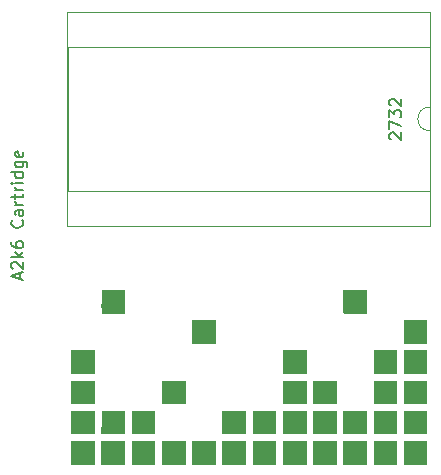
<source format=gbr>
%TF.GenerationSoftware,KiCad,Pcbnew,(5.1.6-0-10_14)*%
%TF.CreationDate,2020-09-23T23:55:55+02:00*%
%TF.ProjectId,a2k6-cart,61326b36-2d63-4617-9274-2e6b69636164,rev?*%
%TF.SameCoordinates,Original*%
%TF.FileFunction,Legend,Top*%
%TF.FilePolarity,Positive*%
%FSLAX46Y46*%
G04 Gerber Fmt 4.6, Leading zero omitted, Abs format (unit mm)*
G04 Created by KiCad (PCBNEW (5.1.6-0-10_14)) date 2020-09-23 23:55:55*
%MOMM*%
%LPD*%
G01*
G04 APERTURE LIST*
%ADD10C,0.150000*%
%ADD11C,0.010000*%
%ADD12C,0.120000*%
G04 APERTURE END LIST*
D10*
X133262666Y-98368761D02*
X133262666Y-97892571D01*
X133548380Y-98464000D02*
X132548380Y-98130666D01*
X133548380Y-97797333D01*
X132643619Y-97511619D02*
X132596000Y-97464000D01*
X132548380Y-97368761D01*
X132548380Y-97130666D01*
X132596000Y-97035428D01*
X132643619Y-96987809D01*
X132738857Y-96940190D01*
X132834095Y-96940190D01*
X132976952Y-96987809D01*
X133548380Y-97559238D01*
X133548380Y-96940190D01*
X133548380Y-96511619D02*
X132548380Y-96511619D01*
X133167428Y-96416380D02*
X133548380Y-96130666D01*
X132881714Y-96130666D02*
X133262666Y-96511619D01*
X132548380Y-95273523D02*
X132548380Y-95464000D01*
X132596000Y-95559238D01*
X132643619Y-95606857D01*
X132786476Y-95702095D01*
X132976952Y-95749714D01*
X133357904Y-95749714D01*
X133453142Y-95702095D01*
X133500761Y-95654476D01*
X133548380Y-95559238D01*
X133548380Y-95368761D01*
X133500761Y-95273523D01*
X133453142Y-95225904D01*
X133357904Y-95178285D01*
X133119809Y-95178285D01*
X133024571Y-95225904D01*
X132976952Y-95273523D01*
X132929333Y-95368761D01*
X132929333Y-95559238D01*
X132976952Y-95654476D01*
X133024571Y-95702095D01*
X133119809Y-95749714D01*
X133453142Y-93416380D02*
X133500761Y-93464000D01*
X133548380Y-93606857D01*
X133548380Y-93702095D01*
X133500761Y-93844952D01*
X133405523Y-93940190D01*
X133310285Y-93987809D01*
X133119809Y-94035428D01*
X132976952Y-94035428D01*
X132786476Y-93987809D01*
X132691238Y-93940190D01*
X132596000Y-93844952D01*
X132548380Y-93702095D01*
X132548380Y-93606857D01*
X132596000Y-93464000D01*
X132643619Y-93416380D01*
X133548380Y-92559238D02*
X133024571Y-92559238D01*
X132929333Y-92606857D01*
X132881714Y-92702095D01*
X132881714Y-92892571D01*
X132929333Y-92987809D01*
X133500761Y-92559238D02*
X133548380Y-92654476D01*
X133548380Y-92892571D01*
X133500761Y-92987809D01*
X133405523Y-93035428D01*
X133310285Y-93035428D01*
X133215047Y-92987809D01*
X133167428Y-92892571D01*
X133167428Y-92654476D01*
X133119809Y-92559238D01*
X133548380Y-92083047D02*
X132881714Y-92083047D01*
X133072190Y-92083047D02*
X132976952Y-92035428D01*
X132929333Y-91987809D01*
X132881714Y-91892571D01*
X132881714Y-91797333D01*
X132881714Y-91606857D02*
X132881714Y-91225904D01*
X132548380Y-91464000D02*
X133405523Y-91464000D01*
X133500761Y-91416380D01*
X133548380Y-91321142D01*
X133548380Y-91225904D01*
X133548380Y-90892571D02*
X132881714Y-90892571D01*
X133072190Y-90892571D02*
X132976952Y-90844952D01*
X132929333Y-90797333D01*
X132881714Y-90702095D01*
X132881714Y-90606857D01*
X133548380Y-90273523D02*
X132881714Y-90273523D01*
X132548380Y-90273523D02*
X132596000Y-90321142D01*
X132643619Y-90273523D01*
X132596000Y-90225904D01*
X132548380Y-90273523D01*
X132643619Y-90273523D01*
X133548380Y-89368761D02*
X132548380Y-89368761D01*
X133500761Y-89368761D02*
X133548380Y-89464000D01*
X133548380Y-89654476D01*
X133500761Y-89749714D01*
X133453142Y-89797333D01*
X133357904Y-89844952D01*
X133072190Y-89844952D01*
X132976952Y-89797333D01*
X132929333Y-89749714D01*
X132881714Y-89654476D01*
X132881714Y-89464000D01*
X132929333Y-89368761D01*
X132881714Y-88464000D02*
X133691238Y-88464000D01*
X133786476Y-88511619D01*
X133834095Y-88559238D01*
X133881714Y-88654476D01*
X133881714Y-88797333D01*
X133834095Y-88892571D01*
X133500761Y-88464000D02*
X133548380Y-88559238D01*
X133548380Y-88749714D01*
X133500761Y-88844952D01*
X133453142Y-88892571D01*
X133357904Y-88940190D01*
X133072190Y-88940190D01*
X132976952Y-88892571D01*
X132929333Y-88844952D01*
X132881714Y-88749714D01*
X132881714Y-88559238D01*
X132929333Y-88464000D01*
X133500761Y-87606857D02*
X133548380Y-87702095D01*
X133548380Y-87892571D01*
X133500761Y-87987809D01*
X133405523Y-88035428D01*
X133024571Y-88035428D01*
X132929333Y-87987809D01*
X132881714Y-87892571D01*
X132881714Y-87702095D01*
X132929333Y-87606857D01*
X133024571Y-87559238D01*
X133119809Y-87559238D01*
X133215047Y-88035428D01*
D11*
%TO.C,G\u002A\u002A\u002A*%
G36*
X139530667Y-114017778D02*
G01*
X137617827Y-114017778D01*
X137617827Y-112104938D01*
X139530667Y-112104938D01*
X139530667Y-114017778D01*
G37*
X139530667Y-114017778D02*
X137617827Y-114017778D01*
X137617827Y-112104938D01*
X139530667Y-112104938D01*
X139530667Y-114017778D01*
G36*
X142102025Y-114017778D02*
G01*
X140173506Y-114017778D01*
X140173506Y-112104938D01*
X142102025Y-112104938D01*
X142102025Y-114017778D01*
G37*
X142102025Y-114017778D02*
X140173506Y-114017778D01*
X140173506Y-112104938D01*
X142102025Y-112104938D01*
X142102025Y-114017778D01*
G36*
X144657704Y-114017778D02*
G01*
X142729185Y-114017778D01*
X142729185Y-112104938D01*
X144657704Y-112104938D01*
X144657704Y-114017778D01*
G37*
X144657704Y-114017778D02*
X142729185Y-114017778D01*
X142729185Y-112104938D01*
X144657704Y-112104938D01*
X144657704Y-114017778D01*
G36*
X147213383Y-114017778D02*
G01*
X145284621Y-114017778D01*
X145288662Y-113065278D01*
X145292704Y-112112778D01*
X146253043Y-112108737D01*
X147213383Y-112104697D01*
X147213383Y-114017778D01*
G37*
X147213383Y-114017778D02*
X145284621Y-114017778D01*
X145288662Y-113065278D01*
X145292704Y-112112778D01*
X146253043Y-112108737D01*
X147213383Y-112104697D01*
X147213383Y-114017778D01*
G36*
X149784741Y-114017778D02*
G01*
X147856222Y-114017778D01*
X147856222Y-112104938D01*
X149784741Y-112104938D01*
X149784741Y-114017778D01*
G37*
X149784741Y-114017778D02*
X147856222Y-114017778D01*
X147856222Y-112104938D01*
X149784741Y-112104938D01*
X149784741Y-114017778D01*
G36*
X152340420Y-114017778D02*
G01*
X150411901Y-114017778D01*
X150411901Y-112104938D01*
X152340420Y-112104938D01*
X152340420Y-114017778D01*
G37*
X152340420Y-114017778D02*
X150411901Y-114017778D01*
X150411901Y-112104938D01*
X152340420Y-112104938D01*
X152340420Y-114017778D01*
G36*
X154896099Y-114017778D02*
G01*
X152967580Y-114017778D01*
X152967580Y-112104938D01*
X154896099Y-112104938D01*
X154896099Y-114017778D01*
G37*
X154896099Y-114017778D02*
X152967580Y-114017778D01*
X152967580Y-112104938D01*
X154896099Y-112104938D01*
X154896099Y-114017778D01*
G36*
X157451778Y-114017778D02*
G01*
X155523259Y-114017778D01*
X155523259Y-112104938D01*
X157451778Y-112104938D01*
X157451778Y-114017778D01*
G37*
X157451778Y-114017778D02*
X155523259Y-114017778D01*
X155523259Y-112104938D01*
X157451778Y-112104938D01*
X157451778Y-114017778D01*
G36*
X159054957Y-112108737D02*
G01*
X160015296Y-112112778D01*
X160019337Y-113065278D01*
X160023379Y-114017778D01*
X158094617Y-114017778D01*
X158094617Y-112104697D01*
X159054957Y-112108737D01*
G37*
X159054957Y-112108737D02*
X160015296Y-112112778D01*
X160019337Y-113065278D01*
X160023379Y-114017778D01*
X158094617Y-114017778D01*
X158094617Y-112104697D01*
X159054957Y-112108737D01*
G36*
X162578815Y-114017778D02*
G01*
X160650296Y-114017778D01*
X160650296Y-112104938D01*
X162578815Y-112104938D01*
X162578815Y-114017778D01*
G37*
X162578815Y-114017778D02*
X160650296Y-114017778D01*
X160650296Y-112104938D01*
X162578815Y-112104938D01*
X162578815Y-114017778D01*
G36*
X165134494Y-114017778D02*
G01*
X163205975Y-114017778D01*
X163205975Y-112104938D01*
X165134494Y-112104938D01*
X165134494Y-114017778D01*
G37*
X165134494Y-114017778D02*
X163205975Y-114017778D01*
X163205975Y-112104938D01*
X165134494Y-112104938D01*
X165134494Y-114017778D01*
G36*
X167690173Y-114017778D02*
G01*
X165777333Y-114017778D01*
X165777333Y-112104938D01*
X167690173Y-112104938D01*
X167690173Y-114017778D01*
G37*
X167690173Y-114017778D02*
X165777333Y-114017778D01*
X165777333Y-112104938D01*
X167690173Y-112104938D01*
X167690173Y-114017778D01*
G36*
X139530667Y-111462099D02*
G01*
X137617827Y-111462099D01*
X137617827Y-109549259D01*
X139530667Y-109549259D01*
X139530667Y-111462099D01*
G37*
X139530667Y-111462099D02*
X137617827Y-111462099D01*
X137617827Y-109549259D01*
X139530667Y-109549259D01*
X139530667Y-111462099D01*
G36*
X142102267Y-111462099D02*
G01*
X140173263Y-111462099D01*
X140177304Y-110509599D01*
X140181346Y-109557099D01*
X142094185Y-109557099D01*
X142102267Y-111462099D01*
G37*
X142102267Y-111462099D02*
X140173263Y-111462099D01*
X140177304Y-110509599D01*
X140181346Y-109557099D01*
X142094185Y-109557099D01*
X142102267Y-111462099D01*
G36*
X144657704Y-111462099D02*
G01*
X142728942Y-111462099D01*
X142732983Y-110509599D01*
X142737025Y-109557099D01*
X143697364Y-109553058D01*
X144657704Y-109549018D01*
X144657704Y-111462099D01*
G37*
X144657704Y-111462099D02*
X142728942Y-111462099D01*
X142732983Y-110509599D01*
X142737025Y-109557099D01*
X143697364Y-109553058D01*
X144657704Y-109549018D01*
X144657704Y-111462099D01*
G36*
X151372241Y-109553058D02*
G01*
X152332580Y-109557099D01*
X152340662Y-111462099D01*
X150411901Y-111462099D01*
X150411901Y-109549018D01*
X151372241Y-109553058D01*
G37*
X151372241Y-109553058D02*
X152332580Y-109557099D01*
X152340662Y-111462099D01*
X150411901Y-111462099D01*
X150411901Y-109549018D01*
X151372241Y-109553058D01*
G36*
X154892300Y-110509599D02*
G01*
X154896342Y-111462099D01*
X152967337Y-111462099D01*
X152971378Y-110509599D01*
X152975420Y-109557099D01*
X154888259Y-109557099D01*
X154892300Y-110509599D01*
G37*
X154892300Y-110509599D02*
X154896342Y-111462099D01*
X152967337Y-111462099D01*
X152971378Y-110509599D01*
X152975420Y-109557099D01*
X154888259Y-109557099D01*
X154892300Y-110509599D01*
G36*
X157451778Y-111462099D02*
G01*
X155523016Y-111462099D01*
X155527057Y-110509599D01*
X155531099Y-109557099D01*
X156491438Y-109553058D01*
X157451778Y-109549018D01*
X157451778Y-111462099D01*
G37*
X157451778Y-111462099D02*
X155523016Y-111462099D01*
X155527057Y-110509599D01*
X155531099Y-109557099D01*
X156491438Y-109553058D01*
X157451778Y-109549018D01*
X157451778Y-111462099D01*
G36*
X159054957Y-109553058D02*
G01*
X160015296Y-109557099D01*
X160015296Y-111454259D01*
X159054957Y-111458299D01*
X158094617Y-111462340D01*
X158094617Y-109549018D01*
X159054957Y-109553058D01*
G37*
X159054957Y-109553058D02*
X160015296Y-109557099D01*
X160015296Y-111454259D01*
X159054957Y-111458299D01*
X158094617Y-111462340D01*
X158094617Y-109549018D01*
X159054957Y-109553058D01*
G36*
X162575016Y-110509599D02*
G01*
X162579058Y-111462099D01*
X160650053Y-111462099D01*
X160654094Y-110509599D01*
X160658136Y-109557099D01*
X162570975Y-109557099D01*
X162575016Y-110509599D01*
G37*
X162575016Y-110509599D02*
X162579058Y-111462099D01*
X160650053Y-111462099D01*
X160654094Y-110509599D01*
X160658136Y-109557099D01*
X162570975Y-109557099D01*
X162575016Y-110509599D01*
G36*
X165134494Y-111462099D02*
G01*
X163205975Y-111462099D01*
X163205975Y-109549259D01*
X165134494Y-109549259D01*
X165134494Y-111462099D01*
G37*
X165134494Y-111462099D02*
X163205975Y-111462099D01*
X163205975Y-109549259D01*
X165134494Y-109549259D01*
X165134494Y-111462099D01*
G36*
X167690173Y-111462099D02*
G01*
X165777333Y-111462099D01*
X165777333Y-109549259D01*
X167690173Y-109549259D01*
X167690173Y-111462099D01*
G37*
X167690173Y-111462099D02*
X165777333Y-111462099D01*
X165777333Y-109549259D01*
X167690173Y-109549259D01*
X167690173Y-111462099D01*
G36*
X139530667Y-108906420D02*
G01*
X137617827Y-108906420D01*
X137617827Y-106993580D01*
X139530667Y-106993580D01*
X139530667Y-108906420D01*
G37*
X139530667Y-108906420D02*
X137617827Y-108906420D01*
X137617827Y-106993580D01*
X139530667Y-106993580D01*
X139530667Y-108906420D01*
G36*
X147213383Y-108906420D02*
G01*
X145284621Y-108906420D01*
X145288662Y-107953920D01*
X145292704Y-107001420D01*
X146253043Y-106997379D01*
X147213383Y-106993339D01*
X147213383Y-108906420D01*
G37*
X147213383Y-108906420D02*
X145284621Y-108906420D01*
X145288662Y-107953920D01*
X145292704Y-107001420D01*
X146253043Y-106997379D01*
X147213383Y-106993339D01*
X147213383Y-108906420D01*
G36*
X157451778Y-108906420D02*
G01*
X155523259Y-108906420D01*
X155523259Y-106993580D01*
X157451778Y-106993580D01*
X157451778Y-108906420D01*
G37*
X157451778Y-108906420D02*
X155523259Y-108906420D01*
X155523259Y-106993580D01*
X157451778Y-106993580D01*
X157451778Y-108906420D01*
G36*
X159054957Y-106997379D02*
G01*
X160015296Y-107001420D01*
X160019337Y-107953920D01*
X160023379Y-108906420D01*
X158094617Y-108906420D01*
X158094617Y-106993339D01*
X159054957Y-106997379D01*
G37*
X159054957Y-106997379D02*
X160015296Y-107001420D01*
X160019337Y-107953920D01*
X160023379Y-108906420D01*
X158094617Y-108906420D01*
X158094617Y-106993339D01*
X159054957Y-106997379D01*
G36*
X165134494Y-108906420D02*
G01*
X163205975Y-108906420D01*
X163205975Y-106993580D01*
X165134494Y-106993580D01*
X165134494Y-108906420D01*
G37*
X165134494Y-108906420D02*
X163205975Y-108906420D01*
X163205975Y-106993580D01*
X165134494Y-106993580D01*
X165134494Y-108906420D01*
G36*
X167690173Y-108906420D02*
G01*
X165777333Y-108906420D01*
X165777333Y-106993580D01*
X167690173Y-106993580D01*
X167690173Y-108906420D01*
G37*
X167690173Y-108906420D02*
X165777333Y-108906420D01*
X165777333Y-106993580D01*
X167690173Y-106993580D01*
X167690173Y-108906420D01*
G36*
X139530667Y-106350741D02*
G01*
X137617827Y-106350741D01*
X137617827Y-104437901D01*
X139530667Y-104437901D01*
X139530667Y-106350741D01*
G37*
X139530667Y-106350741D02*
X137617827Y-106350741D01*
X137617827Y-104437901D01*
X139530667Y-104437901D01*
X139530667Y-106350741D01*
G36*
X157451778Y-106350741D02*
G01*
X155523259Y-106350741D01*
X155523259Y-104437901D01*
X157451778Y-104437901D01*
X157451778Y-106350741D01*
G37*
X157451778Y-106350741D02*
X155523259Y-106350741D01*
X155523259Y-104437901D01*
X157451778Y-104437901D01*
X157451778Y-106350741D01*
G36*
X165134494Y-106350741D02*
G01*
X163205975Y-106350741D01*
X163205975Y-104437901D01*
X165134494Y-104437901D01*
X165134494Y-106350741D01*
G37*
X165134494Y-106350741D02*
X163205975Y-106350741D01*
X163205975Y-104437901D01*
X165134494Y-104437901D01*
X165134494Y-106350741D01*
G36*
X167690173Y-106350741D02*
G01*
X165777333Y-106350741D01*
X165777333Y-104437901D01*
X167690173Y-104437901D01*
X167690173Y-106350741D01*
G37*
X167690173Y-106350741D02*
X165777333Y-106350741D01*
X165777333Y-104437901D01*
X167690173Y-104437901D01*
X167690173Y-106350741D01*
G36*
X149776901Y-103787222D02*
G01*
X148816562Y-103791262D01*
X147856222Y-103795303D01*
X147856222Y-101882222D01*
X149784983Y-101882222D01*
X149776901Y-103787222D01*
G37*
X149776901Y-103787222D02*
X148816562Y-103791262D01*
X147856222Y-103795303D01*
X147856222Y-101882222D01*
X149784983Y-101882222D01*
X149776901Y-103787222D01*
G36*
X167690173Y-103795062D02*
G01*
X165777333Y-103795062D01*
X165777333Y-101882222D01*
X167690173Y-101882222D01*
X167690173Y-103795062D01*
G37*
X167690173Y-103795062D02*
X165777333Y-103795062D01*
X165777333Y-101882222D01*
X167690173Y-101882222D01*
X167690173Y-103795062D01*
G36*
X142094185Y-101231543D02*
G01*
X141141240Y-101235584D01*
X140936792Y-101236328D01*
X140761723Y-101236673D01*
X140614059Y-101236586D01*
X140491823Y-101236036D01*
X140393039Y-101234991D01*
X140315730Y-101233418D01*
X140257922Y-101231285D01*
X140217637Y-101228559D01*
X140192901Y-101225209D01*
X140181737Y-101221202D01*
X140180753Y-101219905D01*
X140179465Y-101201067D01*
X140178379Y-101153658D01*
X140177506Y-101080463D01*
X140176855Y-100984269D01*
X140176438Y-100867863D01*
X140176262Y-100734029D01*
X140176340Y-100585555D01*
X140176681Y-100425226D01*
X140177278Y-100259444D01*
X140181346Y-99318704D01*
X142094185Y-99318704D01*
X142094185Y-101231543D01*
G37*
X142094185Y-101231543D02*
X141141240Y-101235584D01*
X140936792Y-101236328D01*
X140761723Y-101236673D01*
X140614059Y-101236586D01*
X140491823Y-101236036D01*
X140393039Y-101234991D01*
X140315730Y-101233418D01*
X140257922Y-101231285D01*
X140217637Y-101228559D01*
X140192901Y-101225209D01*
X140181737Y-101221202D01*
X140180753Y-101219905D01*
X140179465Y-101201067D01*
X140178379Y-101153658D01*
X140177506Y-101080463D01*
X140176855Y-100984269D01*
X140176438Y-100867863D01*
X140176262Y-100734029D01*
X140176340Y-100585555D01*
X140176681Y-100425226D01*
X140177278Y-100259444D01*
X140181346Y-99318704D01*
X142094185Y-99318704D01*
X142094185Y-101231543D01*
G36*
X162570975Y-101231543D02*
G01*
X161618030Y-101235584D01*
X161413582Y-101236328D01*
X161238514Y-101236673D01*
X161090849Y-101236586D01*
X160968613Y-101236036D01*
X160869829Y-101234991D01*
X160792520Y-101233418D01*
X160734712Y-101231285D01*
X160694427Y-101228559D01*
X160669691Y-101225209D01*
X160658527Y-101221202D01*
X160657543Y-101219905D01*
X160656255Y-101201067D01*
X160655169Y-101153658D01*
X160654296Y-101080463D01*
X160653646Y-100984269D01*
X160653228Y-100867863D01*
X160653052Y-100734029D01*
X160653130Y-100585555D01*
X160653471Y-100425226D01*
X160654068Y-100259444D01*
X160658136Y-99318704D01*
X162570975Y-99318704D01*
X162570975Y-101231543D01*
G37*
X162570975Y-101231543D02*
X161618030Y-101235584D01*
X161413582Y-101236328D01*
X161238514Y-101236673D01*
X161090849Y-101236586D01*
X160968613Y-101236036D01*
X160869829Y-101234991D01*
X160792520Y-101233418D01*
X160734712Y-101231285D01*
X160694427Y-101228559D01*
X160669691Y-101225209D01*
X160658527Y-101221202D01*
X160657543Y-101219905D01*
X160656255Y-101201067D01*
X160655169Y-101153658D01*
X160654296Y-101080463D01*
X160653646Y-100984269D01*
X160653228Y-100867863D01*
X160653052Y-100734029D01*
X160653130Y-100585555D01*
X160653471Y-100425226D01*
X160654068Y-100259444D01*
X160658136Y-99318704D01*
X162570975Y-99318704D01*
X162570975Y-101231543D01*
D12*
%TO.C,U1*%
X167954000Y-83836000D02*
X167954000Y-78776000D01*
X167954000Y-78776000D02*
X137354000Y-78776000D01*
X137354000Y-78776000D02*
X137354000Y-90896000D01*
X137354000Y-90896000D02*
X167954000Y-90896000D01*
X167954000Y-90896000D02*
X167954000Y-85836000D01*
X168014000Y-75776000D02*
X137294000Y-75776000D01*
X137294000Y-75776000D02*
X137294000Y-93896000D01*
X137294000Y-93896000D02*
X168014000Y-93896000D01*
X168014000Y-93896000D02*
X168014000Y-75776000D01*
X167954000Y-85836000D02*
G75*
G02*
X167954000Y-83836000I0J1000000D01*
G01*
D10*
X164647619Y-86550285D02*
X164600000Y-86502666D01*
X164552380Y-86407428D01*
X164552380Y-86169333D01*
X164600000Y-86074095D01*
X164647619Y-86026476D01*
X164742857Y-85978857D01*
X164838095Y-85978857D01*
X164980952Y-86026476D01*
X165552380Y-86597904D01*
X165552380Y-85978857D01*
X164552380Y-85645523D02*
X164552380Y-84978857D01*
X165552380Y-85407428D01*
X164552380Y-84693142D02*
X164552380Y-84074095D01*
X164933333Y-84407428D01*
X164933333Y-84264571D01*
X164980952Y-84169333D01*
X165028571Y-84121714D01*
X165123809Y-84074095D01*
X165361904Y-84074095D01*
X165457142Y-84121714D01*
X165504761Y-84169333D01*
X165552380Y-84264571D01*
X165552380Y-84550285D01*
X165504761Y-84645523D01*
X165457142Y-84693142D01*
X164647619Y-83693142D02*
X164600000Y-83645523D01*
X164552380Y-83550285D01*
X164552380Y-83312190D01*
X164600000Y-83216952D01*
X164647619Y-83169333D01*
X164742857Y-83121714D01*
X164838095Y-83121714D01*
X164980952Y-83169333D01*
X165552380Y-83740761D01*
X165552380Y-83121714D01*
%TD*%
M02*

</source>
